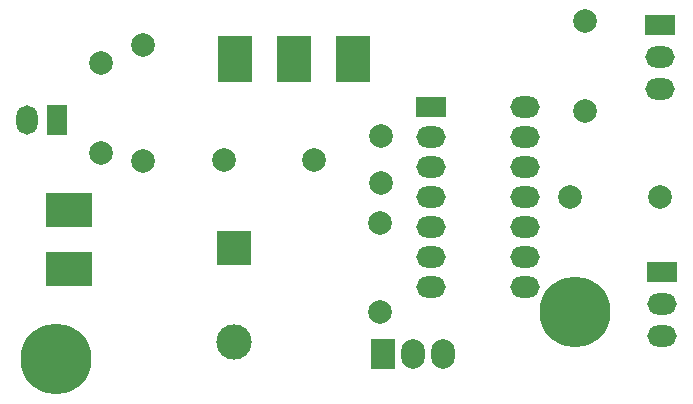
<source format=gtl>
G04*
G04 #@! TF.GenerationSoftware,Altium Limited,Altium Designer,20.0.2 (26)*
G04*
G04 Layer_Physical_Order=1*
G04 Layer_Color=255*
%FSLAX44Y44*%
%MOMM*%
G71*
G01*
G75*
%ADD25O,2.5000X1.8000*%
%ADD26R,2.5000X1.8000*%
%ADD27C,3.0000*%
%ADD28R,3.0000X3.0000*%
%ADD29C,2.0000*%
%ADD30R,3.0000X4.0000*%
%ADD31R,4.0000X3.0000*%
%ADD32O,1.8000X2.5000*%
%ADD33R,1.8000X2.5000*%
%ADD34R,2.0000X2.5000*%
%ADD35O,2.0000X2.5000*%
%ADD36C,6.0000*%
D25*
X713730Y356870D02*
D03*
Y382270D02*
D03*
Y407670D02*
D03*
Y433070D02*
D03*
Y458470D02*
D03*
Y483870D02*
D03*
Y509270D02*
D03*
X633730Y356870D02*
D03*
Y382270D02*
D03*
Y407670D02*
D03*
Y433070D02*
D03*
Y458470D02*
D03*
Y483870D02*
D03*
X828040Y524510D02*
D03*
Y551510D02*
D03*
X829310Y342570D02*
D03*
Y315570D02*
D03*
D26*
X633730Y509270D02*
D03*
X828040Y578510D02*
D03*
X829310Y369570D02*
D03*
D27*
X467360Y309890D02*
D03*
D28*
Y389890D02*
D03*
D29*
X591820Y444500D02*
D03*
Y484500D02*
D03*
X534670Y464550D02*
D03*
X458670D02*
D03*
X354330Y470100D02*
D03*
Y546100D02*
D03*
X590550Y335280D02*
D03*
Y411280D02*
D03*
X764540Y505660D02*
D03*
Y581660D02*
D03*
X752040Y433070D02*
D03*
X828040D02*
D03*
X389890Y561550D02*
D03*
Y463550D02*
D03*
D30*
X467690Y549910D02*
D03*
X517690D02*
D03*
X567690D02*
D03*
D31*
X327660Y371640D02*
D03*
Y421640D02*
D03*
D32*
X292100Y497840D02*
D03*
D33*
X317500D02*
D03*
D34*
X593090Y299720D02*
D03*
D35*
X618490D02*
D03*
X643890D02*
D03*
D36*
X755650Y335280D02*
D03*
X316230Y295910D02*
D03*
M02*

</source>
